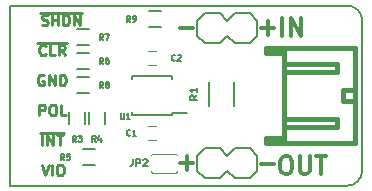
<source format=gbr>
G04 #@! TF.FileFunction,Legend,Top*
%FSLAX46Y46*%
G04 Gerber Fmt 4.6, Leading zero omitted, Abs format (unit mm)*
G04 Created by KiCad (PCBNEW 4.0.4-stable) date 02/22/17 18:27:42*
%MOMM*%
%LPD*%
G01*
G04 APERTURE LIST*
%ADD10C,0.100000*%
%ADD11C,0.150000*%
%ADD12C,0.300000*%
%ADD13C,0.222250*%
%ADD14C,0.120000*%
%ADD15C,0.050000*%
%ADD16C,0.381000*%
%ADD17C,0.127000*%
G04 APERTURE END LIST*
D10*
D11*
X163830000Y-70485000D02*
X135255000Y-70485000D01*
X165100000Y-69215000D02*
X165100000Y-56515000D01*
X163830000Y-55245000D02*
X137160000Y-55245000D01*
X165100000Y-56515000D02*
G75*
G03X163830000Y-55245000I-1270000J0D01*
G01*
X163830000Y-70485000D02*
G75*
G03X165100000Y-69215000I0J1270000D01*
G01*
D12*
X156527572Y-68687143D02*
X157670429Y-68687143D01*
D11*
X137160000Y-55245000D02*
X135255000Y-55245000D01*
X135255000Y-55245000D02*
X135255000Y-70485000D01*
D12*
X149669572Y-57130143D02*
X150812429Y-57130143D01*
X149669572Y-68560143D02*
X150812429Y-68560143D01*
X150241000Y-69131571D02*
X150241000Y-67988714D01*
X156527572Y-57130143D02*
X157670429Y-57130143D01*
X157099000Y-57701571D02*
X157099000Y-56558714D01*
X158520000Y-68012571D02*
X158805714Y-68012571D01*
X158948572Y-68084000D01*
X159091429Y-68226857D01*
X159162857Y-68512571D01*
X159162857Y-69012571D01*
X159091429Y-69298286D01*
X158948572Y-69441143D01*
X158805714Y-69512571D01*
X158520000Y-69512571D01*
X158377143Y-69441143D01*
X158234286Y-69298286D01*
X158162857Y-69012571D01*
X158162857Y-68512571D01*
X158234286Y-68226857D01*
X158377143Y-68084000D01*
X158520000Y-68012571D01*
X159805715Y-68012571D02*
X159805715Y-69226857D01*
X159877143Y-69369714D01*
X159948572Y-69441143D01*
X160091429Y-69512571D01*
X160377143Y-69512571D01*
X160520001Y-69441143D01*
X160591429Y-69369714D01*
X160662858Y-69226857D01*
X160662858Y-68012571D01*
X161162858Y-68012571D02*
X162020001Y-68012571D01*
X161591430Y-69512571D02*
X161591430Y-68012571D01*
X158345286Y-57828571D02*
X158345286Y-56328571D01*
X159059572Y-57828571D02*
X159059572Y-56328571D01*
X159916715Y-57828571D01*
X159916715Y-56328571D01*
D13*
X137943167Y-56874833D02*
X138070167Y-56917167D01*
X138281834Y-56917167D01*
X138366501Y-56874833D01*
X138408834Y-56832500D01*
X138451167Y-56747833D01*
X138451167Y-56663167D01*
X138408834Y-56578500D01*
X138366501Y-56536167D01*
X138281834Y-56493833D01*
X138112501Y-56451500D01*
X138027834Y-56409167D01*
X137985501Y-56366833D01*
X137943167Y-56282167D01*
X137943167Y-56197500D01*
X137985501Y-56112833D01*
X138027834Y-56070500D01*
X138112501Y-56028167D01*
X138324167Y-56028167D01*
X138451167Y-56070500D01*
X138832168Y-56917167D02*
X138832168Y-56028167D01*
X138832168Y-56451500D02*
X139340168Y-56451500D01*
X139340168Y-56917167D02*
X139340168Y-56028167D01*
X139763501Y-56917167D02*
X139763501Y-56028167D01*
X139975167Y-56028167D01*
X140102167Y-56070500D01*
X140186834Y-56155167D01*
X140229167Y-56239833D01*
X140271501Y-56409167D01*
X140271501Y-56536167D01*
X140229167Y-56705500D01*
X140186834Y-56790167D01*
X140102167Y-56874833D01*
X139975167Y-56917167D01*
X139763501Y-56917167D01*
X140652501Y-56917167D02*
X140652501Y-56028167D01*
X141160501Y-56917167D01*
X141160501Y-56028167D01*
X137773834Y-55874920D02*
X141372167Y-55874920D01*
X138281834Y-59372500D02*
X138239500Y-59414833D01*
X138112500Y-59457167D01*
X138027834Y-59457167D01*
X137900834Y-59414833D01*
X137816167Y-59330167D01*
X137773834Y-59245500D01*
X137731500Y-59076167D01*
X137731500Y-58949167D01*
X137773834Y-58779833D01*
X137816167Y-58695167D01*
X137900834Y-58610500D01*
X138027834Y-58568167D01*
X138112500Y-58568167D01*
X138239500Y-58610500D01*
X138281834Y-58652833D01*
X139086167Y-59457167D02*
X138662834Y-59457167D01*
X138662834Y-58568167D01*
X139890501Y-59457167D02*
X139594167Y-59033833D01*
X139382501Y-59457167D02*
X139382501Y-58568167D01*
X139721167Y-58568167D01*
X139805834Y-58610500D01*
X139848167Y-58652833D01*
X139890501Y-58737500D01*
X139890501Y-58864500D01*
X139848167Y-58949167D01*
X139805834Y-58991500D01*
X139721167Y-59033833D01*
X139382501Y-59033833D01*
X137562167Y-58414920D02*
X140059834Y-58414920D01*
X138133667Y-61150500D02*
X138049001Y-61108167D01*
X137922001Y-61108167D01*
X137795001Y-61150500D01*
X137710334Y-61235167D01*
X137668001Y-61319833D01*
X137625667Y-61489167D01*
X137625667Y-61616167D01*
X137668001Y-61785500D01*
X137710334Y-61870167D01*
X137795001Y-61954833D01*
X137922001Y-61997167D01*
X138006667Y-61997167D01*
X138133667Y-61954833D01*
X138176001Y-61912500D01*
X138176001Y-61616167D01*
X138006667Y-61616167D01*
X138557001Y-61997167D02*
X138557001Y-61108167D01*
X139065001Y-61997167D01*
X139065001Y-61108167D01*
X139488334Y-61997167D02*
X139488334Y-61108167D01*
X139700000Y-61108167D01*
X139827000Y-61150500D01*
X139911667Y-61235167D01*
X139954000Y-61319833D01*
X139996334Y-61489167D01*
X139996334Y-61616167D01*
X139954000Y-61785500D01*
X139911667Y-61870167D01*
X139827000Y-61954833D01*
X139700000Y-61997167D01*
X139488334Y-61997167D01*
X137964334Y-68728167D02*
X138260667Y-69617167D01*
X138557000Y-68728167D01*
X138853334Y-69617167D02*
X138853334Y-68728167D01*
X139446000Y-68728167D02*
X139615333Y-68728167D01*
X139700000Y-68770500D01*
X139784667Y-68855167D01*
X139827000Y-69024500D01*
X139827000Y-69320833D01*
X139784667Y-69490167D01*
X139700000Y-69574833D01*
X139615333Y-69617167D01*
X139446000Y-69617167D01*
X139361333Y-69574833D01*
X139276667Y-69490167D01*
X139234333Y-69320833D01*
X139234333Y-69024500D01*
X139276667Y-68855167D01*
X139361333Y-68770500D01*
X139446000Y-68728167D01*
X138006668Y-67077167D02*
X138006668Y-66188167D01*
X138430001Y-67077167D02*
X138430001Y-66188167D01*
X138938001Y-67077167D01*
X138938001Y-66188167D01*
X139234334Y-66188167D02*
X139742334Y-66188167D01*
X139488334Y-67077167D02*
X139488334Y-66188167D01*
X137795001Y-66034920D02*
X139827000Y-66034920D01*
X137752667Y-64537167D02*
X137752667Y-63648167D01*
X138091333Y-63648167D01*
X138176000Y-63690500D01*
X138218333Y-63732833D01*
X138260667Y-63817500D01*
X138260667Y-63944500D01*
X138218333Y-64029167D01*
X138176000Y-64071500D01*
X138091333Y-64113833D01*
X137752667Y-64113833D01*
X138811000Y-63648167D02*
X138980333Y-63648167D01*
X139065000Y-63690500D01*
X139149667Y-63775167D01*
X139192000Y-63944500D01*
X139192000Y-64240833D01*
X139149667Y-64410167D01*
X139065000Y-64494833D01*
X138980333Y-64537167D01*
X138811000Y-64537167D01*
X138726333Y-64494833D01*
X138641667Y-64410167D01*
X138599333Y-64240833D01*
X138599333Y-63944500D01*
X138641667Y-63775167D01*
X138726333Y-63690500D01*
X138811000Y-63648167D01*
X139996333Y-64537167D02*
X139573000Y-64537167D01*
X139573000Y-63648167D01*
D14*
X146970000Y-65440000D02*
X147670000Y-65440000D01*
X147670000Y-66640000D02*
X146970000Y-66640000D01*
X146970000Y-59090000D02*
X147670000Y-59090000D01*
X147670000Y-60290000D02*
X146970000Y-60290000D01*
D15*
X149436000Y-67880000D02*
X149336000Y-67780000D01*
X149336000Y-67780000D02*
X147336000Y-67780000D01*
X147336000Y-67780000D02*
X147236000Y-67880000D01*
X149336000Y-69380000D02*
X149436000Y-69280000D01*
X148236000Y-69380000D02*
X147336000Y-69380000D01*
X147336000Y-69380000D02*
X147236000Y-69280000D01*
X149336000Y-69380000D02*
X148236000Y-69380000D01*
D16*
X164480240Y-66865500D02*
X156979620Y-66865500D01*
X156979620Y-58864500D02*
X164480240Y-58864500D01*
X156979620Y-58864500D02*
X156979620Y-59265820D01*
X158480760Y-59065160D02*
X156979620Y-59065160D01*
X156979620Y-59265820D02*
X158480760Y-59265820D01*
X156979620Y-66664840D02*
X158480760Y-66664840D01*
X158480760Y-66464180D02*
X156979620Y-66464180D01*
X156979620Y-66464180D02*
X156979620Y-66865500D01*
X164480240Y-63365380D02*
X163479480Y-63365380D01*
X163479480Y-63365380D02*
X163479480Y-62364620D01*
X163479480Y-62364620D02*
X164480240Y-62364620D01*
X158480760Y-64863980D02*
X162979100Y-64863980D01*
X162979100Y-64863980D02*
X162979100Y-65565020D01*
X162979100Y-65565020D02*
X158480760Y-65565020D01*
X158480760Y-60866020D02*
X162979100Y-60866020D01*
X162979100Y-60866020D02*
X162979100Y-60164980D01*
X162979100Y-60164980D02*
X158480760Y-60164980D01*
X164480240Y-66865500D02*
X164480240Y-58864500D01*
X158480760Y-58864500D02*
X158480760Y-66865500D01*
X164480240Y-64165480D02*
X164480240Y-64465200D01*
D11*
X153035000Y-58420000D02*
X151765000Y-58420000D01*
X151765000Y-58420000D02*
X151130000Y-57785000D01*
X151130000Y-57785000D02*
X151130000Y-56515000D01*
X151130000Y-56515000D02*
X151765000Y-55880000D01*
X151765000Y-55880000D02*
X153035000Y-55880000D01*
X153035000Y-55880000D02*
X153670000Y-56515000D01*
X153670000Y-56515000D02*
X154305000Y-55880000D01*
X154305000Y-55880000D02*
X155575000Y-55880000D01*
X155575000Y-55880000D02*
X156210000Y-56515000D01*
X156210000Y-56515000D02*
X156210000Y-57785000D01*
X156210000Y-57785000D02*
X155575000Y-58420000D01*
X155575000Y-58420000D02*
X154305000Y-58420000D01*
X154305000Y-58420000D02*
X153670000Y-57785000D01*
X153670000Y-57785000D02*
X153035000Y-58420000D01*
X153035000Y-69850000D02*
X151765000Y-69850000D01*
X151765000Y-69850000D02*
X151130000Y-69215000D01*
X151130000Y-69215000D02*
X151130000Y-67945000D01*
X151130000Y-67945000D02*
X151765000Y-67310000D01*
X151765000Y-67310000D02*
X153035000Y-67310000D01*
X153035000Y-67310000D02*
X153670000Y-67945000D01*
X153670000Y-67945000D02*
X154305000Y-67310000D01*
X154305000Y-67310000D02*
X155575000Y-67310000D01*
X155575000Y-67310000D02*
X156210000Y-67945000D01*
X156210000Y-67945000D02*
X156210000Y-69215000D01*
X156210000Y-69215000D02*
X155575000Y-69850000D01*
X155575000Y-69850000D02*
X154305000Y-69850000D01*
X154305000Y-69850000D02*
X153670000Y-69215000D01*
X153670000Y-69215000D02*
X153035000Y-69850000D01*
X140295000Y-65270000D02*
X140295000Y-64270000D01*
X141645000Y-64270000D02*
X141645000Y-65270000D01*
X143296000Y-64270000D02*
X143296000Y-65270000D01*
X141946000Y-65270000D02*
X141946000Y-64270000D01*
X141486000Y-67397000D02*
X142486000Y-67397000D01*
X142486000Y-68747000D02*
X141486000Y-68747000D01*
X140978000Y-59269000D02*
X141978000Y-59269000D01*
X141978000Y-60619000D02*
X140978000Y-60619000D01*
X140978000Y-57237000D02*
X141978000Y-57237000D01*
X141978000Y-58587000D02*
X140978000Y-58587000D01*
X140978000Y-61301000D02*
X141978000Y-61301000D01*
X141978000Y-62651000D02*
X140978000Y-62651000D01*
X148074000Y-57063000D02*
X147074000Y-57063000D01*
X147074000Y-55713000D02*
X148074000Y-55713000D01*
X148995000Y-64540000D02*
X148995000Y-64315000D01*
X145645000Y-64540000D02*
X145645000Y-64240000D01*
X145645000Y-61190000D02*
X145645000Y-61490000D01*
X148995000Y-61190000D02*
X148995000Y-61490000D01*
X148995000Y-64540000D02*
X145645000Y-64540000D01*
X148995000Y-61190000D02*
X145645000Y-61190000D01*
X148995000Y-64315000D02*
X150220000Y-64315000D01*
X154237000Y-61738000D02*
X154237000Y-63738000D01*
X152087000Y-63738000D02*
X152087000Y-61738000D01*
D17*
X145457333Y-66221429D02*
X145433143Y-66245619D01*
X145360571Y-66269810D01*
X145312190Y-66269810D01*
X145239619Y-66245619D01*
X145191238Y-66197238D01*
X145167047Y-66148857D01*
X145142857Y-66052095D01*
X145142857Y-65979524D01*
X145167047Y-65882762D01*
X145191238Y-65834381D01*
X145239619Y-65786000D01*
X145312190Y-65761810D01*
X145360571Y-65761810D01*
X145433143Y-65786000D01*
X145457333Y-65810190D01*
X145941143Y-66269810D02*
X145650857Y-66269810D01*
X145796000Y-66269810D02*
X145796000Y-65761810D01*
X145747619Y-65834381D01*
X145699238Y-65882762D01*
X145650857Y-65906952D01*
X149267333Y-59871429D02*
X149243143Y-59895619D01*
X149170571Y-59919810D01*
X149122190Y-59919810D01*
X149049619Y-59895619D01*
X149001238Y-59847238D01*
X148977047Y-59798857D01*
X148952857Y-59702095D01*
X148952857Y-59629524D01*
X148977047Y-59532762D01*
X149001238Y-59484381D01*
X149049619Y-59436000D01*
X149122190Y-59411810D01*
X149170571Y-59411810D01*
X149243143Y-59436000D01*
X149267333Y-59460190D01*
X149460857Y-59460190D02*
X149485047Y-59436000D01*
X149533428Y-59411810D01*
X149654381Y-59411810D01*
X149702762Y-59436000D01*
X149726952Y-59460190D01*
X149751143Y-59508571D01*
X149751143Y-59556952D01*
X149726952Y-59629524D01*
X149436666Y-59919810D01*
X149751143Y-59919810D01*
D11*
X145647833Y-68232262D02*
X145647833Y-68685833D01*
X145617595Y-68776548D01*
X145557119Y-68837024D01*
X145466404Y-68867262D01*
X145405928Y-68867262D01*
X145950214Y-68867262D02*
X145950214Y-68232262D01*
X146192119Y-68232262D01*
X146252595Y-68262500D01*
X146282834Y-68292738D01*
X146313072Y-68353214D01*
X146313072Y-68443929D01*
X146282834Y-68504405D01*
X146252595Y-68534643D01*
X146192119Y-68564881D01*
X145950214Y-68564881D01*
X146554976Y-68292738D02*
X146585214Y-68262500D01*
X146645691Y-68232262D01*
X146796881Y-68232262D01*
X146857357Y-68262500D01*
X146887595Y-68292738D01*
X146917834Y-68353214D01*
X146917834Y-68413690D01*
X146887595Y-68504405D01*
X146524738Y-68867262D01*
X146917834Y-68867262D01*
D17*
X140885333Y-66777810D02*
X140716000Y-66535905D01*
X140595047Y-66777810D02*
X140595047Y-66269810D01*
X140788571Y-66269810D01*
X140836952Y-66294000D01*
X140861143Y-66318190D01*
X140885333Y-66366571D01*
X140885333Y-66439143D01*
X140861143Y-66487524D01*
X140836952Y-66511714D01*
X140788571Y-66535905D01*
X140595047Y-66535905D01*
X141054666Y-66269810D02*
X141369143Y-66269810D01*
X141199809Y-66463333D01*
X141272381Y-66463333D01*
X141320762Y-66487524D01*
X141344952Y-66511714D01*
X141369143Y-66560095D01*
X141369143Y-66681048D01*
X141344952Y-66729429D01*
X141320762Y-66753619D01*
X141272381Y-66777810D01*
X141127238Y-66777810D01*
X141078857Y-66753619D01*
X141054666Y-66729429D01*
X142536333Y-66777810D02*
X142367000Y-66535905D01*
X142246047Y-66777810D02*
X142246047Y-66269810D01*
X142439571Y-66269810D01*
X142487952Y-66294000D01*
X142512143Y-66318190D01*
X142536333Y-66366571D01*
X142536333Y-66439143D01*
X142512143Y-66487524D01*
X142487952Y-66511714D01*
X142439571Y-66535905D01*
X142246047Y-66535905D01*
X142971762Y-66439143D02*
X142971762Y-66777810D01*
X142850809Y-66245619D02*
X142729857Y-66608476D01*
X143044333Y-66608476D01*
X139869333Y-68301810D02*
X139700000Y-68059905D01*
X139579047Y-68301810D02*
X139579047Y-67793810D01*
X139772571Y-67793810D01*
X139820952Y-67818000D01*
X139845143Y-67842190D01*
X139869333Y-67890571D01*
X139869333Y-67963143D01*
X139845143Y-68011524D01*
X139820952Y-68035714D01*
X139772571Y-68059905D01*
X139579047Y-68059905D01*
X140328952Y-67793810D02*
X140087047Y-67793810D01*
X140062857Y-68035714D01*
X140087047Y-68011524D01*
X140135428Y-67987333D01*
X140256381Y-67987333D01*
X140304762Y-68011524D01*
X140328952Y-68035714D01*
X140353143Y-68084095D01*
X140353143Y-68205048D01*
X140328952Y-68253429D01*
X140304762Y-68277619D01*
X140256381Y-68301810D01*
X140135428Y-68301810D01*
X140087047Y-68277619D01*
X140062857Y-68253429D01*
X143171333Y-60173810D02*
X143002000Y-59931905D01*
X142881047Y-60173810D02*
X142881047Y-59665810D01*
X143074571Y-59665810D01*
X143122952Y-59690000D01*
X143147143Y-59714190D01*
X143171333Y-59762571D01*
X143171333Y-59835143D01*
X143147143Y-59883524D01*
X143122952Y-59907714D01*
X143074571Y-59931905D01*
X142881047Y-59931905D01*
X143606762Y-59665810D02*
X143510000Y-59665810D01*
X143461619Y-59690000D01*
X143437428Y-59714190D01*
X143389047Y-59786762D01*
X143364857Y-59883524D01*
X143364857Y-60077048D01*
X143389047Y-60125429D01*
X143413238Y-60149619D01*
X143461619Y-60173810D01*
X143558381Y-60173810D01*
X143606762Y-60149619D01*
X143630952Y-60125429D01*
X143655143Y-60077048D01*
X143655143Y-59956095D01*
X143630952Y-59907714D01*
X143606762Y-59883524D01*
X143558381Y-59859333D01*
X143461619Y-59859333D01*
X143413238Y-59883524D01*
X143389047Y-59907714D01*
X143364857Y-59956095D01*
X143171333Y-58141810D02*
X143002000Y-57899905D01*
X142881047Y-58141810D02*
X142881047Y-57633810D01*
X143074571Y-57633810D01*
X143122952Y-57658000D01*
X143147143Y-57682190D01*
X143171333Y-57730571D01*
X143171333Y-57803143D01*
X143147143Y-57851524D01*
X143122952Y-57875714D01*
X143074571Y-57899905D01*
X142881047Y-57899905D01*
X143340666Y-57633810D02*
X143679333Y-57633810D01*
X143461619Y-58141810D01*
X143171333Y-62205810D02*
X143002000Y-61963905D01*
X142881047Y-62205810D02*
X142881047Y-61697810D01*
X143074571Y-61697810D01*
X143122952Y-61722000D01*
X143147143Y-61746190D01*
X143171333Y-61794571D01*
X143171333Y-61867143D01*
X143147143Y-61915524D01*
X143122952Y-61939714D01*
X143074571Y-61963905D01*
X142881047Y-61963905D01*
X143461619Y-61915524D02*
X143413238Y-61891333D01*
X143389047Y-61867143D01*
X143364857Y-61818762D01*
X143364857Y-61794571D01*
X143389047Y-61746190D01*
X143413238Y-61722000D01*
X143461619Y-61697810D01*
X143558381Y-61697810D01*
X143606762Y-61722000D01*
X143630952Y-61746190D01*
X143655143Y-61794571D01*
X143655143Y-61818762D01*
X143630952Y-61867143D01*
X143606762Y-61891333D01*
X143558381Y-61915524D01*
X143461619Y-61915524D01*
X143413238Y-61939714D01*
X143389047Y-61963905D01*
X143364857Y-62012286D01*
X143364857Y-62109048D01*
X143389047Y-62157429D01*
X143413238Y-62181619D01*
X143461619Y-62205810D01*
X143558381Y-62205810D01*
X143606762Y-62181619D01*
X143630952Y-62157429D01*
X143655143Y-62109048D01*
X143655143Y-62012286D01*
X143630952Y-61963905D01*
X143606762Y-61939714D01*
X143558381Y-61915524D01*
X145457333Y-56617810D02*
X145288000Y-56375905D01*
X145167047Y-56617810D02*
X145167047Y-56109810D01*
X145360571Y-56109810D01*
X145408952Y-56134000D01*
X145433143Y-56158190D01*
X145457333Y-56206571D01*
X145457333Y-56279143D01*
X145433143Y-56327524D01*
X145408952Y-56351714D01*
X145360571Y-56375905D01*
X145167047Y-56375905D01*
X145699238Y-56617810D02*
X145796000Y-56617810D01*
X145844381Y-56593619D01*
X145868571Y-56569429D01*
X145916952Y-56496857D01*
X145941143Y-56400095D01*
X145941143Y-56206571D01*
X145916952Y-56158190D01*
X145892762Y-56134000D01*
X145844381Y-56109810D01*
X145747619Y-56109810D01*
X145699238Y-56134000D01*
X145675047Y-56158190D01*
X145650857Y-56206571D01*
X145650857Y-56327524D01*
X145675047Y-56375905D01*
X145699238Y-56400095D01*
X145747619Y-56424286D01*
X145844381Y-56424286D01*
X145892762Y-56400095D01*
X145916952Y-56375905D01*
X145941143Y-56327524D01*
X144646952Y-64364810D02*
X144646952Y-64776048D01*
X144671143Y-64824429D01*
X144695333Y-64848619D01*
X144743714Y-64872810D01*
X144840476Y-64872810D01*
X144888857Y-64848619D01*
X144913048Y-64824429D01*
X144937238Y-64776048D01*
X144937238Y-64364810D01*
X145445238Y-64872810D02*
X145154952Y-64872810D01*
X145300095Y-64872810D02*
X145300095Y-64364810D01*
X145251714Y-64437381D01*
X145203333Y-64485762D01*
X145154952Y-64509952D01*
D11*
X151149262Y-62843833D02*
X150846881Y-63055500D01*
X151149262Y-63206691D02*
X150514262Y-63206691D01*
X150514262Y-62964786D01*
X150544500Y-62904310D01*
X150574738Y-62874071D01*
X150635214Y-62843833D01*
X150725929Y-62843833D01*
X150786405Y-62874071D01*
X150816643Y-62904310D01*
X150846881Y-62964786D01*
X150846881Y-63206691D01*
X151149262Y-62239071D02*
X151149262Y-62601929D01*
X151149262Y-62420500D02*
X150514262Y-62420500D01*
X150604976Y-62480976D01*
X150665452Y-62541452D01*
X150695690Y-62601929D01*
M02*

</source>
